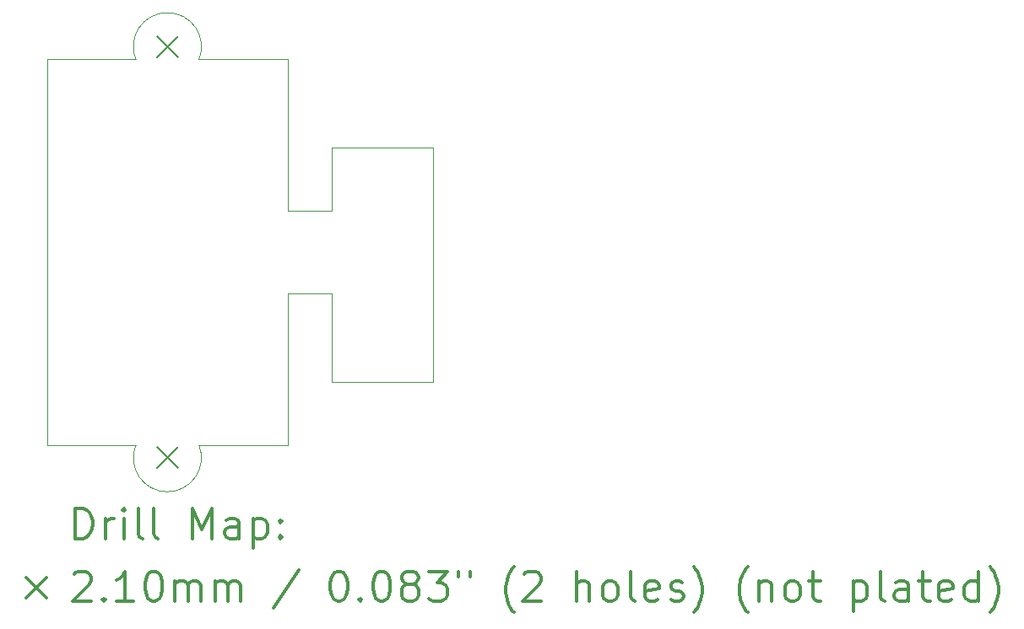
<source format=gbr>
%FSLAX45Y45*%
G04 Gerber Fmt 4.5, Leading zero omitted, Abs format (unit mm)*
G04 Created by KiCad (PCBNEW (5.1.9)-1) date 2021-06-03 21:08:32*
%MOMM*%
%LPD*%
G01*
G04 APERTURE LIST*
%TA.AperFunction,Profile*%
%ADD10C,0.050000*%
%TD*%
%ADD11C,0.200000*%
%ADD12C,0.300000*%
G04 APERTURE END LIST*
D10*
X11239500Y-12255500D02*
X11239500Y-8382000D01*
X13652500Y-12255500D02*
X13652500Y-10731500D01*
X13652500Y-9906000D02*
X13652500Y-8382000D01*
X12128500Y-8382000D02*
G75*
G02*
X12763500Y-8382000I317500J127000D01*
G01*
X12763500Y-12255500D02*
G75*
G02*
X12128500Y-12255500I-317500J-127000D01*
G01*
X12128500Y-12255500D02*
X11239500Y-12255500D01*
X13652500Y-12255500D02*
X12763500Y-12255500D01*
X14097000Y-10731500D02*
X13652500Y-10731500D01*
X14097000Y-11620500D02*
X14097000Y-10731500D01*
X15113000Y-11620500D02*
X14097000Y-11620500D01*
X15113000Y-9271000D02*
X15113000Y-11620500D01*
X14097000Y-9271000D02*
X15113000Y-9271000D01*
X14097000Y-9906000D02*
X14097000Y-9271000D01*
X13652500Y-9906000D02*
X14097000Y-9906000D01*
X12763500Y-8382000D02*
X13652500Y-8382000D01*
X11239500Y-8382000D02*
X12128500Y-8382000D01*
D11*
X12341000Y-8150000D02*
X12551000Y-8360000D01*
X12551000Y-8150000D02*
X12341000Y-8360000D01*
X12341000Y-12277500D02*
X12551000Y-12487500D01*
X12551000Y-12277500D02*
X12341000Y-12487500D01*
D12*
X11523428Y-13192672D02*
X11523428Y-12892672D01*
X11594857Y-12892672D01*
X11637714Y-12906958D01*
X11666286Y-12935529D01*
X11680571Y-12964101D01*
X11694857Y-13021244D01*
X11694857Y-13064101D01*
X11680571Y-13121244D01*
X11666286Y-13149815D01*
X11637714Y-13178386D01*
X11594857Y-13192672D01*
X11523428Y-13192672D01*
X11823428Y-13192672D02*
X11823428Y-12992672D01*
X11823428Y-13049815D02*
X11837714Y-13021244D01*
X11852000Y-13006958D01*
X11880571Y-12992672D01*
X11909143Y-12992672D01*
X12009143Y-13192672D02*
X12009143Y-12992672D01*
X12009143Y-12892672D02*
X11994857Y-12906958D01*
X12009143Y-12921244D01*
X12023428Y-12906958D01*
X12009143Y-12892672D01*
X12009143Y-12921244D01*
X12194857Y-13192672D02*
X12166286Y-13178386D01*
X12152000Y-13149815D01*
X12152000Y-12892672D01*
X12352000Y-13192672D02*
X12323428Y-13178386D01*
X12309143Y-13149815D01*
X12309143Y-12892672D01*
X12694857Y-13192672D02*
X12694857Y-12892672D01*
X12794857Y-13106958D01*
X12894857Y-12892672D01*
X12894857Y-13192672D01*
X13166286Y-13192672D02*
X13166286Y-13035529D01*
X13152000Y-13006958D01*
X13123428Y-12992672D01*
X13066286Y-12992672D01*
X13037714Y-13006958D01*
X13166286Y-13178386D02*
X13137714Y-13192672D01*
X13066286Y-13192672D01*
X13037714Y-13178386D01*
X13023428Y-13149815D01*
X13023428Y-13121244D01*
X13037714Y-13092672D01*
X13066286Y-13078386D01*
X13137714Y-13078386D01*
X13166286Y-13064101D01*
X13309143Y-12992672D02*
X13309143Y-13292672D01*
X13309143Y-13006958D02*
X13337714Y-12992672D01*
X13394857Y-12992672D01*
X13423428Y-13006958D01*
X13437714Y-13021244D01*
X13452000Y-13049815D01*
X13452000Y-13135529D01*
X13437714Y-13164101D01*
X13423428Y-13178386D01*
X13394857Y-13192672D01*
X13337714Y-13192672D01*
X13309143Y-13178386D01*
X13580571Y-13164101D02*
X13594857Y-13178386D01*
X13580571Y-13192672D01*
X13566286Y-13178386D01*
X13580571Y-13164101D01*
X13580571Y-13192672D01*
X13580571Y-13006958D02*
X13594857Y-13021244D01*
X13580571Y-13035529D01*
X13566286Y-13021244D01*
X13580571Y-13006958D01*
X13580571Y-13035529D01*
X11027000Y-13581958D02*
X11237000Y-13791958D01*
X11237000Y-13581958D02*
X11027000Y-13791958D01*
X11509143Y-13551244D02*
X11523428Y-13536958D01*
X11552000Y-13522672D01*
X11623428Y-13522672D01*
X11652000Y-13536958D01*
X11666286Y-13551244D01*
X11680571Y-13579815D01*
X11680571Y-13608386D01*
X11666286Y-13651244D01*
X11494857Y-13822672D01*
X11680571Y-13822672D01*
X11809143Y-13794101D02*
X11823428Y-13808386D01*
X11809143Y-13822672D01*
X11794857Y-13808386D01*
X11809143Y-13794101D01*
X11809143Y-13822672D01*
X12109143Y-13822672D02*
X11937714Y-13822672D01*
X12023428Y-13822672D02*
X12023428Y-13522672D01*
X11994857Y-13565529D01*
X11966286Y-13594101D01*
X11937714Y-13608386D01*
X12294857Y-13522672D02*
X12323428Y-13522672D01*
X12352000Y-13536958D01*
X12366286Y-13551244D01*
X12380571Y-13579815D01*
X12394857Y-13636958D01*
X12394857Y-13708386D01*
X12380571Y-13765529D01*
X12366286Y-13794101D01*
X12352000Y-13808386D01*
X12323428Y-13822672D01*
X12294857Y-13822672D01*
X12266286Y-13808386D01*
X12252000Y-13794101D01*
X12237714Y-13765529D01*
X12223428Y-13708386D01*
X12223428Y-13636958D01*
X12237714Y-13579815D01*
X12252000Y-13551244D01*
X12266286Y-13536958D01*
X12294857Y-13522672D01*
X12523428Y-13822672D02*
X12523428Y-13622672D01*
X12523428Y-13651244D02*
X12537714Y-13636958D01*
X12566286Y-13622672D01*
X12609143Y-13622672D01*
X12637714Y-13636958D01*
X12652000Y-13665529D01*
X12652000Y-13822672D01*
X12652000Y-13665529D02*
X12666286Y-13636958D01*
X12694857Y-13622672D01*
X12737714Y-13622672D01*
X12766286Y-13636958D01*
X12780571Y-13665529D01*
X12780571Y-13822672D01*
X12923428Y-13822672D02*
X12923428Y-13622672D01*
X12923428Y-13651244D02*
X12937714Y-13636958D01*
X12966286Y-13622672D01*
X13009143Y-13622672D01*
X13037714Y-13636958D01*
X13052000Y-13665529D01*
X13052000Y-13822672D01*
X13052000Y-13665529D02*
X13066286Y-13636958D01*
X13094857Y-13622672D01*
X13137714Y-13622672D01*
X13166286Y-13636958D01*
X13180571Y-13665529D01*
X13180571Y-13822672D01*
X13766286Y-13508386D02*
X13509143Y-13894101D01*
X14152000Y-13522672D02*
X14180571Y-13522672D01*
X14209143Y-13536958D01*
X14223428Y-13551244D01*
X14237714Y-13579815D01*
X14252000Y-13636958D01*
X14252000Y-13708386D01*
X14237714Y-13765529D01*
X14223428Y-13794101D01*
X14209143Y-13808386D01*
X14180571Y-13822672D01*
X14152000Y-13822672D01*
X14123428Y-13808386D01*
X14109143Y-13794101D01*
X14094857Y-13765529D01*
X14080571Y-13708386D01*
X14080571Y-13636958D01*
X14094857Y-13579815D01*
X14109143Y-13551244D01*
X14123428Y-13536958D01*
X14152000Y-13522672D01*
X14380571Y-13794101D02*
X14394857Y-13808386D01*
X14380571Y-13822672D01*
X14366286Y-13808386D01*
X14380571Y-13794101D01*
X14380571Y-13822672D01*
X14580571Y-13522672D02*
X14609143Y-13522672D01*
X14637714Y-13536958D01*
X14652000Y-13551244D01*
X14666286Y-13579815D01*
X14680571Y-13636958D01*
X14680571Y-13708386D01*
X14666286Y-13765529D01*
X14652000Y-13794101D01*
X14637714Y-13808386D01*
X14609143Y-13822672D01*
X14580571Y-13822672D01*
X14552000Y-13808386D01*
X14537714Y-13794101D01*
X14523428Y-13765529D01*
X14509143Y-13708386D01*
X14509143Y-13636958D01*
X14523428Y-13579815D01*
X14537714Y-13551244D01*
X14552000Y-13536958D01*
X14580571Y-13522672D01*
X14852000Y-13651244D02*
X14823428Y-13636958D01*
X14809143Y-13622672D01*
X14794857Y-13594101D01*
X14794857Y-13579815D01*
X14809143Y-13551244D01*
X14823428Y-13536958D01*
X14852000Y-13522672D01*
X14909143Y-13522672D01*
X14937714Y-13536958D01*
X14952000Y-13551244D01*
X14966286Y-13579815D01*
X14966286Y-13594101D01*
X14952000Y-13622672D01*
X14937714Y-13636958D01*
X14909143Y-13651244D01*
X14852000Y-13651244D01*
X14823428Y-13665529D01*
X14809143Y-13679815D01*
X14794857Y-13708386D01*
X14794857Y-13765529D01*
X14809143Y-13794101D01*
X14823428Y-13808386D01*
X14852000Y-13822672D01*
X14909143Y-13822672D01*
X14937714Y-13808386D01*
X14952000Y-13794101D01*
X14966286Y-13765529D01*
X14966286Y-13708386D01*
X14952000Y-13679815D01*
X14937714Y-13665529D01*
X14909143Y-13651244D01*
X15066286Y-13522672D02*
X15252000Y-13522672D01*
X15152000Y-13636958D01*
X15194857Y-13636958D01*
X15223428Y-13651244D01*
X15237714Y-13665529D01*
X15252000Y-13694101D01*
X15252000Y-13765529D01*
X15237714Y-13794101D01*
X15223428Y-13808386D01*
X15194857Y-13822672D01*
X15109143Y-13822672D01*
X15080571Y-13808386D01*
X15066286Y-13794101D01*
X15366286Y-13522672D02*
X15366286Y-13579815D01*
X15480571Y-13522672D02*
X15480571Y-13579815D01*
X15923428Y-13936958D02*
X15909143Y-13922672D01*
X15880571Y-13879815D01*
X15866286Y-13851244D01*
X15852000Y-13808386D01*
X15837714Y-13736958D01*
X15837714Y-13679815D01*
X15852000Y-13608386D01*
X15866286Y-13565529D01*
X15880571Y-13536958D01*
X15909143Y-13494101D01*
X15923428Y-13479815D01*
X16023428Y-13551244D02*
X16037714Y-13536958D01*
X16066286Y-13522672D01*
X16137714Y-13522672D01*
X16166286Y-13536958D01*
X16180571Y-13551244D01*
X16194857Y-13579815D01*
X16194857Y-13608386D01*
X16180571Y-13651244D01*
X16009143Y-13822672D01*
X16194857Y-13822672D01*
X16552000Y-13822672D02*
X16552000Y-13522672D01*
X16680571Y-13822672D02*
X16680571Y-13665529D01*
X16666286Y-13636958D01*
X16637714Y-13622672D01*
X16594857Y-13622672D01*
X16566286Y-13636958D01*
X16552000Y-13651244D01*
X16866286Y-13822672D02*
X16837714Y-13808386D01*
X16823428Y-13794101D01*
X16809143Y-13765529D01*
X16809143Y-13679815D01*
X16823428Y-13651244D01*
X16837714Y-13636958D01*
X16866286Y-13622672D01*
X16909143Y-13622672D01*
X16937714Y-13636958D01*
X16952000Y-13651244D01*
X16966286Y-13679815D01*
X16966286Y-13765529D01*
X16952000Y-13794101D01*
X16937714Y-13808386D01*
X16909143Y-13822672D01*
X16866286Y-13822672D01*
X17137714Y-13822672D02*
X17109143Y-13808386D01*
X17094857Y-13779815D01*
X17094857Y-13522672D01*
X17366286Y-13808386D02*
X17337714Y-13822672D01*
X17280571Y-13822672D01*
X17252000Y-13808386D01*
X17237714Y-13779815D01*
X17237714Y-13665529D01*
X17252000Y-13636958D01*
X17280571Y-13622672D01*
X17337714Y-13622672D01*
X17366286Y-13636958D01*
X17380571Y-13665529D01*
X17380571Y-13694101D01*
X17237714Y-13722672D01*
X17494857Y-13808386D02*
X17523428Y-13822672D01*
X17580571Y-13822672D01*
X17609143Y-13808386D01*
X17623428Y-13779815D01*
X17623428Y-13765529D01*
X17609143Y-13736958D01*
X17580571Y-13722672D01*
X17537714Y-13722672D01*
X17509143Y-13708386D01*
X17494857Y-13679815D01*
X17494857Y-13665529D01*
X17509143Y-13636958D01*
X17537714Y-13622672D01*
X17580571Y-13622672D01*
X17609143Y-13636958D01*
X17723428Y-13936958D02*
X17737714Y-13922672D01*
X17766286Y-13879815D01*
X17780571Y-13851244D01*
X17794857Y-13808386D01*
X17809143Y-13736958D01*
X17809143Y-13679815D01*
X17794857Y-13608386D01*
X17780571Y-13565529D01*
X17766286Y-13536958D01*
X17737714Y-13494101D01*
X17723428Y-13479815D01*
X18266286Y-13936958D02*
X18252000Y-13922672D01*
X18223428Y-13879815D01*
X18209143Y-13851244D01*
X18194857Y-13808386D01*
X18180571Y-13736958D01*
X18180571Y-13679815D01*
X18194857Y-13608386D01*
X18209143Y-13565529D01*
X18223428Y-13536958D01*
X18252000Y-13494101D01*
X18266286Y-13479815D01*
X18380571Y-13622672D02*
X18380571Y-13822672D01*
X18380571Y-13651244D02*
X18394857Y-13636958D01*
X18423428Y-13622672D01*
X18466286Y-13622672D01*
X18494857Y-13636958D01*
X18509143Y-13665529D01*
X18509143Y-13822672D01*
X18694857Y-13822672D02*
X18666286Y-13808386D01*
X18652000Y-13794101D01*
X18637714Y-13765529D01*
X18637714Y-13679815D01*
X18652000Y-13651244D01*
X18666286Y-13636958D01*
X18694857Y-13622672D01*
X18737714Y-13622672D01*
X18766286Y-13636958D01*
X18780571Y-13651244D01*
X18794857Y-13679815D01*
X18794857Y-13765529D01*
X18780571Y-13794101D01*
X18766286Y-13808386D01*
X18737714Y-13822672D01*
X18694857Y-13822672D01*
X18880571Y-13622672D02*
X18994857Y-13622672D01*
X18923428Y-13522672D02*
X18923428Y-13779815D01*
X18937714Y-13808386D01*
X18966286Y-13822672D01*
X18994857Y-13822672D01*
X19323428Y-13622672D02*
X19323428Y-13922672D01*
X19323428Y-13636958D02*
X19352000Y-13622672D01*
X19409143Y-13622672D01*
X19437714Y-13636958D01*
X19452000Y-13651244D01*
X19466286Y-13679815D01*
X19466286Y-13765529D01*
X19452000Y-13794101D01*
X19437714Y-13808386D01*
X19409143Y-13822672D01*
X19352000Y-13822672D01*
X19323428Y-13808386D01*
X19637714Y-13822672D02*
X19609143Y-13808386D01*
X19594857Y-13779815D01*
X19594857Y-13522672D01*
X19880571Y-13822672D02*
X19880571Y-13665529D01*
X19866286Y-13636958D01*
X19837714Y-13622672D01*
X19780571Y-13622672D01*
X19752000Y-13636958D01*
X19880571Y-13808386D02*
X19852000Y-13822672D01*
X19780571Y-13822672D01*
X19752000Y-13808386D01*
X19737714Y-13779815D01*
X19737714Y-13751244D01*
X19752000Y-13722672D01*
X19780571Y-13708386D01*
X19852000Y-13708386D01*
X19880571Y-13694101D01*
X19980571Y-13622672D02*
X20094857Y-13622672D01*
X20023428Y-13522672D02*
X20023428Y-13779815D01*
X20037714Y-13808386D01*
X20066286Y-13822672D01*
X20094857Y-13822672D01*
X20309143Y-13808386D02*
X20280571Y-13822672D01*
X20223428Y-13822672D01*
X20194857Y-13808386D01*
X20180571Y-13779815D01*
X20180571Y-13665529D01*
X20194857Y-13636958D01*
X20223428Y-13622672D01*
X20280571Y-13622672D01*
X20309143Y-13636958D01*
X20323428Y-13665529D01*
X20323428Y-13694101D01*
X20180571Y-13722672D01*
X20580571Y-13822672D02*
X20580571Y-13522672D01*
X20580571Y-13808386D02*
X20552000Y-13822672D01*
X20494857Y-13822672D01*
X20466286Y-13808386D01*
X20452000Y-13794101D01*
X20437714Y-13765529D01*
X20437714Y-13679815D01*
X20452000Y-13651244D01*
X20466286Y-13636958D01*
X20494857Y-13622672D01*
X20552000Y-13622672D01*
X20580571Y-13636958D01*
X20694857Y-13936958D02*
X20709143Y-13922672D01*
X20737714Y-13879815D01*
X20752000Y-13851244D01*
X20766286Y-13808386D01*
X20780571Y-13736958D01*
X20780571Y-13679815D01*
X20766286Y-13608386D01*
X20752000Y-13565529D01*
X20737714Y-13536958D01*
X20709143Y-13494101D01*
X20694857Y-13479815D01*
M02*

</source>
